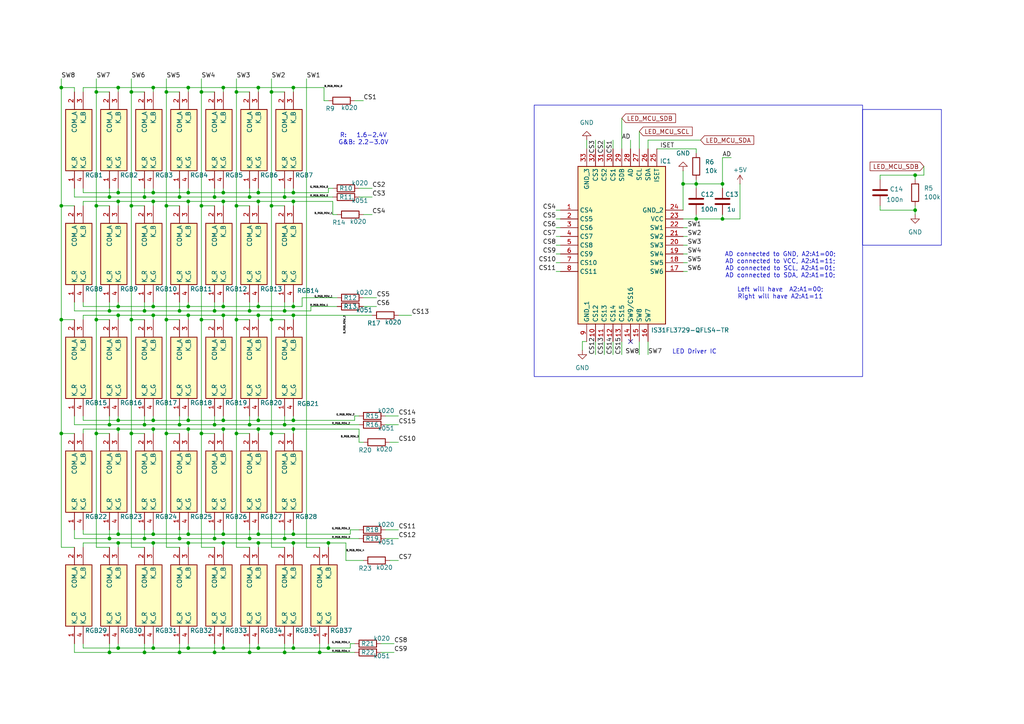
<source format=kicad_sch>
(kicad_sch (version 20250114) (generator "eeschema") (generator_version "9.0")
  (paper "A4")
  (title_block (title "TheFalcon[Left["))
  (rectangle (start 250.19 31.75) (end 273.05 71.12))
  (rectangle (start 154.94 30.48) (end 250.19 109.22))
  (text "AD connected to GND, A2:A1=00;\nAD connected to VCC, A2:A1=11;\nAD connected to SCL, A2:A1=01;\nAD connected to SDA, A2:A1=10;\n\nLeft will have  A2:A1=00;\nRight will have A2:A1=11" (at 226.314 80.01 0) (effects (font (size 1.27 1.27))))
  (text "R:   1.6-2.4V\nG&B: 2.2-3.0V" (at 105.41 40.386 0) (effects (font (size 1.27 1.27))))
  (text "LED Driver IC\n" (at 201.422 102.108 0) (effects (font (size 1.27 1.27))))
  (junction (at 74.93 157.48))
  (junction (at 34.29 124.46))
  (junction (at 44.45 55.88))
  (junction (at 54.61 187.96))
  (junction (at 64.77 187.96))
  (junction (at 27.94 125.73))
  (junction (at 82.55 189.23))
  (junction (at 44.45 124.46))
  (junction (at 85.09 154.94))
  (junction (at 54.61 91.44))
  (junction (at 68.58 59.69))
  (junction (at 38.1 26.67))
  (junction (at 74.93 91.44))
  (junction (at 41.91 189.23))
  (junction (at 201.93 53.34))
  (junction (at 58.42 125.73))
  (junction (at 52.07 90.17))
  (junction (at 85.09 157.48))
  (junction (at 74.93 58.42))
  (junction (at 44.45 121.92))
  (junction (at 34.29 88.9))
  (junction (at 68.58 92.71))
  (junction (at 44.45 88.9))
  (junction (at 44.45 25.4))
  (junction (at 78.74 26.67))
  (junction (at 85.09 124.46))
  (junction (at 44.45 91.44))
  (junction (at 52.07 123.19))
  (junction (at 85.09 91.44))
  (junction (at 54.61 154.94))
  (junction (at 31.75 123.19))
  (junction (at 34.29 154.94))
  (junction (at 52.07 156.21))
  (junction (at 85.09 88.9))
  (junction (at 41.91 156.21))
  (junction (at 38.1 125.73))
  (junction (at 64.77 157.48))
  (junction (at 64.77 25.4))
  (junction (at 74.93 25.4))
  (junction (at 44.45 157.48))
  (junction (at 54.61 157.48))
  (junction (at 48.26 26.67))
  (junction (at 34.29 58.42))
  (junction (at 48.26 125.73))
  (junction (at 64.77 124.46))
  (junction (at 95.25 187.96))
  (junction (at 82.55 156.21))
  (junction (at 58.42 92.71))
  (junction (at 54.61 124.46))
  (junction (at 27.94 59.69))
  (junction (at 85.09 25.4))
  (junction (at 82.55 123.19))
  (junction (at 34.29 157.48))
  (junction (at 68.58 125.73))
  (junction (at 74.93 55.88))
  (junction (at 41.91 90.17))
  (junction (at 64.77 154.94))
  (junction (at 78.74 125.73))
  (junction (at 34.29 187.96))
  (junction (at 74.93 187.96))
  (junction (at 54.61 58.42))
  (junction (at 72.39 189.23))
  (junction (at 41.91 57.15))
  (junction (at 72.39 123.19))
  (junction (at 44.45 154.94))
  (junction (at 17.78 125.73))
  (junction (at 48.26 59.69))
  (junction (at 74.93 88.9))
  (junction (at 78.74 59.69))
  (junction (at 68.58 26.67))
  (junction (at 27.94 26.67))
  (junction (at 44.45 58.42))
  (junction (at 52.07 57.15))
  (junction (at 82.55 57.15))
  (junction (at 265.43 60.96))
  (junction (at 85.09 55.88))
  (junction (at 44.45 187.96))
  (junction (at 74.93 154.94))
  (junction (at 52.07 189.23))
  (junction (at 209.55 53.34))
  (junction (at 74.93 121.92))
  (junction (at 201.93 63.5))
  (junction (at 54.61 25.4))
  (junction (at 17.78 92.71))
  (junction (at 54.61 55.88))
  (junction (at 72.39 156.21))
  (junction (at 62.23 90.17))
  (junction (at 62.23 189.23))
  (junction (at 72.39 90.17))
  (junction (at 85.09 58.42))
  (junction (at 72.39 57.15))
  (junction (at 58.42 26.67))
  (junction (at 34.29 55.88))
  (junction (at 31.75 156.21))
  (junction (at 31.75 90.17))
  (junction (at 265.43 50.8))
  (junction (at 64.77 88.9))
  (junction (at 78.74 92.71))
  (junction (at 74.93 124.46))
  (junction (at 54.61 88.9))
  (junction (at 62.23 57.15))
  (junction (at 62.23 123.19))
  (junction (at 34.29 91.44))
  (junction (at 31.75 57.15))
  (junction (at 62.23 156.21))
  (junction (at 198.12 53.34))
  (junction (at 34.29 25.4))
  (junction (at 38.1 92.71))
  (junction (at 48.26 92.71))
  (junction (at 64.77 121.92))
  (junction (at 17.78 25.4))
  (junction (at 54.61 121.92))
  (junction (at 34.29 121.92))
  (junction (at 82.55 90.17))
  (junction (at 85.09 187.96))
  (junction (at 64.77 58.42))
  (junction (at 41.91 123.19))
  (junction (at 85.09 121.92))
  (junction (at 31.75 189.23))
  (junction (at 92.71 189.23))
  (junction (at 38.1 59.69))
  (junction (at 209.55 63.5))
  (junction (at 58.42 59.69))
  (junction (at 64.77 91.44))
  (junction (at 27.94 92.71))
  (junction (at 17.78 59.69))
  (junction (at 64.77 55.88))
  (junction (at 95.25 157.48))
  (no_connect (at 182.88 99.06))
  (wire (pts (xy 255.27 60.96) (xy 265.43 60.96)))
  (wire (pts (xy 85.09 157.48) (xy 95.25 157.48)))
  (wire (pts (xy 85.09 25.4) (xy 93.98 25.4)))
  (wire (pts (xy 31.75 57.15) (xy 41.91 57.15)))
  (wire (pts (xy 17.78 125.73) (xy 17.78 158.75)))
  (wire (pts (xy 24.13 58.42) (xy 34.29 58.42)))
  (wire (pts (xy 72.39 123.19) (xy 82.55 123.19)))
  (wire (pts (xy 44.45 157.48) (xy 44.45 158.75)))
  (wire (pts (xy 34.29 91.44) (xy 34.29 92.71)))
  (wire (pts (xy 95.25 157.48) (xy 100.33 157.48)))
  (wire (pts (xy 161.29 73.66) (xy 162.56 73.66)))
  (wire (pts (xy 34.29 88.9) (xy 44.45 88.9)))
  (wire (pts (xy 115.57 128.27) (xy 113.03 128.27)))
  (wire (pts (xy 85.09 55.88) (xy 95.25 55.88)))
  (wire (pts (xy 101.6 187.96) (xy 101.6 186.69)))
  (wire (pts (xy 38.1 26.67) (xy 38.1 59.69)))
  (wire (pts (xy 31.75 156.21) (xy 41.91 156.21)))
  (wire (pts (xy 38.1 92.71) (xy 41.91 92.71)))
  (wire (pts (xy 54.61 154.94) (xy 64.77 154.94)))
  (wire (pts (xy 54.61 187.96) (xy 64.77 187.96)))
  (wire (pts (xy 64.77 153.67) (xy 64.77 154.94)))
  (wire (pts (xy 52.07 120.65) (xy 52.07 123.19)))
  (wire (pts (xy 85.09 153.67) (xy 85.09 154.94)))
  (wire (pts (xy 44.45 153.67) (xy 44.45 154.94)))
  (wire (pts (xy 24.13 58.42) (xy 24.13 59.69)))
  (wire (pts (xy 111.76 153.67) (xy 115.57 153.67)))
  (wire (pts (xy 31.75 153.67) (xy 31.75 156.21)))
  (wire (pts (xy 54.61 87.63) (xy 54.61 88.9)))
  (wire (pts (xy 209.55 53.34) (xy 209.55 54.61)))
  (wire (pts (xy 111.76 123.19) (xy 115.57 123.19)))
  (wire (pts (xy 85.09 157.48) (xy 85.09 158.75)))
  (wire (pts (xy 34.29 91.44) (xy 44.45 91.44)))
  (wire (pts (xy 68.58 59.69) (xy 68.58 92.71)))
  (wire (pts (xy 44.45 187.96) (xy 54.61 187.96)))
  (wire (pts (xy 52.07 158.75) (xy 48.26 158.75)))
  (wire (pts (xy 41.91 189.23) (xy 52.07 189.23)))
  (wire (pts (xy 104.14 57.15) (xy 107.95 57.15)))
  (wire (pts (xy 161.29 68.58) (xy 162.56 68.58)))
  (wire (pts (xy 41.91 156.21) (xy 52.07 156.21)))
  (wire (pts (xy 175.26 40.64) (xy 175.26 43.18)))
  (wire (pts (xy 88.9 158.75) (xy 92.71 158.75)))
  (wire (pts (xy 168.91 101.6) (xy 168.91 99.06)))
  (wire (pts (xy 34.29 25.4) (xy 34.29 26.67)))
  (wire (pts (xy 74.93 25.4) (xy 74.93 26.67)))
  (wire (pts (xy 62.23 120.65) (xy 62.23 123.19)))
  (wire (pts (xy 209.55 45.72) (xy 209.55 53.34)))
  (wire (pts (xy 54.61 25.4) (xy 64.77 25.4)))
  (wire (pts (xy 44.45 154.94) (xy 54.61 154.94)))
  (wire (pts (xy 201.93 54.61) (xy 201.93 53.34)))
  (wire (pts (xy 52.07 87.63) (xy 52.07 90.17)))
  (wire (pts (xy 58.42 26.67) (xy 58.42 59.69)))
  (wire (pts (xy 54.61 91.44) (xy 64.77 91.44)))
  (wire (pts (xy 34.29 25.4) (xy 44.45 25.4)))
  (wire (pts (xy 41.91 90.17) (xy 52.07 90.17)))
  (wire (pts (xy 64.77 54.61) (xy 64.77 55.88)))
  (wire (pts (xy 64.77 91.44) (xy 74.93 91.44)))
  (wire (pts (xy 54.61 88.9) (xy 64.77 88.9)))
  (wire (pts (xy 172.72 102.87) (xy 172.72 99.06)))
  (wire (pts (xy 104.14 54.61) (xy 107.95 54.61)))
  (wire (pts (xy 72.39 87.63) (xy 72.39 90.17)))
  (wire (pts (xy 48.26 125.73) (xy 48.26 92.71)))
  (wire (pts (xy 41.91 186.69) (xy 41.91 189.23)))
  (wire (pts (xy 72.39 57.15) (xy 82.55 57.15)))
  (wire (pts (xy 24.13 91.44) (xy 24.13 92.71)))
  (wire (pts (xy 64.77 121.92) (xy 74.93 121.92)))
  (wire (pts (xy 95.25 29.21) (xy 93.98 29.21)))
  (wire (pts (xy 17.78 92.71) (xy 21.59 92.71)))
  (wire (pts (xy 74.93 120.65) (xy 74.93 121.92)))
  (wire (pts (xy 58.42 92.71) (xy 58.42 125.73)))
  (wire (pts (xy 87.63 88.9) (xy 87.63 86.36)))
  (wire (pts (xy 34.29 124.46) (xy 44.45 124.46)))
  (wire (pts (xy 52.07 90.17) (xy 62.23 90.17)))
  (wire (pts (xy 201.93 63.5) (xy 201.93 62.23)))
  (wire (pts (xy 21.59 54.61) (xy 21.59 57.15)))
  (wire (pts (xy 187.96 40.64) (xy 187.96 43.18)))
  (wire (pts (xy 100.33 162.56) (xy 100.33 157.48)))
  (wire (pts (xy 72.39 186.69) (xy 72.39 189.23)))
  (wire (pts (xy 68.58 59.69) (xy 72.39 59.69)))
  (wire (pts (xy 198.12 63.5) (xy 201.93 63.5)))
  (wire (pts (xy 58.42 158.75) (xy 62.23 158.75)))
  (wire (pts (xy 74.93 55.88) (xy 85.09 55.88)))
  (wire (pts (xy 27.94 92.71) (xy 31.75 92.71)))
  (wire (pts (xy 34.29 153.67) (xy 34.29 154.94)))
  (wire (pts (xy 198.12 73.66) (xy 199.39 73.66)))
  (wire (pts (xy 95.25 186.69) (xy 95.25 187.96)))
  (wire (pts (xy 78.74 26.67) (xy 78.74 59.69)))
  (wire (pts (xy 48.26 59.69) (xy 52.07 59.69)))
  (wire (pts (xy 88.9 22.86) (xy 88.9 158.75)))
  (wire (pts (xy 24.13 157.48) (xy 24.13 158.75)))
  (wire (pts (xy 85.09 187.96) (xy 95.25 187.96)))
  (wire (pts (xy 68.58 158.75) (xy 72.39 158.75)))
  (wire (pts (xy 82.55 87.63) (xy 82.55 90.17)))
  (wire (pts (xy 52.07 54.61) (xy 52.07 57.15)))
  (wire (pts (xy 34.29 154.94) (xy 44.45 154.94)))
  (wire (pts (xy 95.25 187.96) (xy 101.6 187.96)))
  (wire (pts (xy 34.29 58.42) (xy 44.45 58.42)))
  (wire (pts (xy 78.74 125.73) (xy 82.55 125.73)))
  (wire (pts (xy 27.94 125.73) (xy 27.94 158.75)))
  (wire (pts (xy 101.6 186.69) (xy 102.87 186.69)))
  (wire (pts (xy 64.77 25.4) (xy 64.77 26.67)))
  (wire (pts (xy 74.93 124.46) (xy 85.09 124.46)))
  (wire (pts (xy 44.45 58.42) (xy 54.61 58.42)))
  (wire (pts (xy 64.77 91.44) (xy 64.77 92.71)))
  (wire (pts (xy 62.23 153.67) (xy 62.23 156.21)))
  (wire (pts (xy 24.13 187.96) (xy 34.29 187.96)))
  (wire (pts (xy 17.78 25.4) (xy 17.78 59.69)))
  (wire (pts (xy 68.58 26.67) (xy 68.58 59.69)))
  (wire (pts (xy 97.79 62.23) (xy 96.52 62.23)))
  (wire (pts (xy 198.12 53.34) (xy 198.12 60.96)))
  (wire (pts (xy 21.59 123.19) (xy 31.75 123.19)))
  (wire (pts (xy 64.77 124.46) (xy 74.93 124.46)))
  (wire (pts (xy 44.45 91.44) (xy 44.45 92.71)))
  (wire (pts (xy 41.91 87.63) (xy 41.91 90.17)))
  (wire (pts (xy 74.93 157.48) (xy 85.09 157.48)))
  (wire (pts (xy 44.45 55.88) (xy 54.61 55.88)))
  (wire (pts (xy 96.52 62.23) (xy 96.52 58.42)))
  (wire (pts (xy 21.59 153.67) (xy 21.59 156.21)))
  (wire (pts (xy 31.75 90.17) (xy 41.91 90.17)))
  (wire (pts (xy 201.93 44.45) (xy 201.93 43.18)))
  (wire (pts (xy 199.39 71.12) (xy 198.12 71.12)))
  (wire (pts (xy 58.42 92.71) (xy 62.23 92.71)))
  (wire (pts (xy 38.1 59.69) (xy 38.1 92.71)))
  (wire (pts (xy 64.77 157.48) (xy 74.93 157.48)))
  (wire (pts (xy 187.96 102.87) (xy 187.96 99.06)))
  (wire (pts (xy 92.71 189.23) (xy 102.87 189.23)))
  (wire (pts (xy 85.09 58.42) (xy 96.52 58.42)))
  (wire (pts (xy 74.93 88.9) (xy 85.09 88.9)))
  (wire (pts (xy 111.76 120.65) (xy 115.57 120.65)))
  (wire (pts (xy 44.45 124.46) (xy 54.61 124.46)))
  (wire (pts (xy 90.17 90.17) (xy 90.17 88.9)))
  (wire (pts (xy 27.94 158.75) (xy 31.75 158.75)))
  (wire (pts (xy 78.74 59.69) (xy 82.55 59.69)))
  (wire (pts (xy 41.91 54.61) (xy 41.91 57.15)))
  (wire (pts (xy 44.45 87.63) (xy 44.45 88.9)))
  (wire (pts (xy 21.59 120.65) (xy 21.59 123.19)))
  (wire (pts (xy 34.29 157.48) (xy 34.29 158.75)))
  (wire (pts (xy 44.45 121.92) (xy 54.61 121.92)))
  (wire (pts (xy 78.74 158.75) (xy 82.55 158.75)))
  (wire (pts (xy 85.09 121.92) (xy 102.87 121.92)))
  (wire (pts (xy 34.29 187.96) (xy 44.45 187.96)))
  (wire (pts (xy 21.59 186.69) (xy 21.59 189.23)))
  (wire (pts (xy 115.57 91.44) (xy 119.38 91.44)))
  (wire (pts (xy 24.13 54.61) (xy 24.13 55.88)))
  (wire (pts (xy 85.09 88.9) (xy 87.63 88.9)))
  (wire (pts (xy 161.29 63.5) (xy 162.56 63.5)))
  (wire (pts (xy 82.55 90.17) (xy 90.17 90.17)))
  (wire (pts (xy 38.1 26.67) (xy 41.91 26.67)))
  (wire (pts (xy 44.45 58.42) (xy 44.45 59.69)))
  (wire (pts (xy 58.42 22.86) (xy 58.42 26.67)))
  (wire (pts (xy 48.26 158.75) (xy 48.26 125.73)))
  (wire (pts (xy 74.93 54.61) (xy 74.93 55.88)))
  (wire (pts (xy 199.39 78.74) (xy 198.12 78.74)))
  (wire (pts (xy 64.77 87.63) (xy 64.77 88.9)))
  (wire (pts (xy 17.78 125.73) (xy 21.59 125.73)))
  (wire (pts (xy 62.23 123.19) (xy 72.39 123.19)))
  (wire (pts (xy 27.94 92.71) (xy 27.94 125.73)))
  (wire (pts (xy 34.29 186.69) (xy 34.29 187.96)))
  (wire (pts (xy 85.09 25.4) (xy 85.09 26.67)))
  (wire (pts (xy 64.77 187.96) (xy 74.93 187.96)))
  (wire (pts (xy 54.61 157.48) (xy 64.77 157.48)))
  (wire (pts (xy 62.23 156.21) (xy 72.39 156.21)))
  (wire (pts (xy 48.26 92.71) (xy 48.26 59.69)))
  (wire (pts (xy 24.13 25.4) (xy 34.29 25.4)))
  (wire (pts (xy 34.29 121.92) (xy 44.45 121.92)))
  (wire (pts (xy 21.59 26.67) (xy 21.59 25.4)))
  (wire (pts (xy 74.93 58.42) (xy 74.93 59.69)))
  (wire (pts (xy 265.43 60.96) (xy 265.43 62.23)))
  (wire (pts (xy 74.93 186.69) (xy 74.93 187.96)))
  (wire (pts (xy 85.09 124.46) (xy 104.14 124.46)))
  (wire (pts (xy 41.91 120.65) (xy 41.91 123.19)))
  (wire (pts (xy 201.93 53.34) (xy 209.55 53.34)))
  (wire (pts (xy 24.13 186.69) (xy 24.13 187.96)))
  (wire (pts (xy 90.17 88.9) (xy 97.79 88.9)))
  (wire (pts (xy 64.77 88.9) (xy 74.93 88.9)))
  (wire (pts (xy 161.29 76.2) (xy 162.56 76.2)))
  (wire (pts (xy 209.55 63.5) (xy 209.55 62.23)))
  (wire (pts (xy 72.39 90.17) (xy 82.55 90.17)))
  (wire (pts (xy 209.55 45.72) (xy 212.09 45.72)))
  (wire (pts (xy 52.07 189.23) (xy 62.23 189.23)))
  (wire (pts (xy 54.61 124.46) (xy 64.77 124.46)))
  (wire (pts (xy 68.58 92.71) (xy 72.39 92.71)))
  (wire (pts (xy 62.23 57.15) (xy 72.39 57.15)))
  (wire (pts (xy 85.09 87.63) (xy 85.09 88.9)))
  (wire (pts (xy 74.93 121.92) (xy 85.09 121.92)))
  (wire (pts (xy 72.39 120.65) (xy 72.39 123.19)))
  (wire (pts (xy 115.57 162.56) (xy 113.03 162.56)))
  (wire (pts (xy 180.34 34.29) (xy 180.34 43.18)))
  (wire (pts (xy 93.98 29.21) (xy 93.98 25.4)))
  (wire (pts (xy 105.41 162.56) (xy 100.33 162.56)))
  (wire (pts (xy 82.55 186.69) (xy 82.55 189.23)))
  (wire (pts (xy 24.13 124.46) (xy 24.13 125.73)))
  (wire (pts (xy 74.93 91.44) (xy 85.09 91.44)))
  (wire (pts (xy 44.45 124.46) (xy 44.45 125.73)))
  (wire (pts (xy 58.42 59.69) (xy 58.42 92.71)))
  (wire (pts (xy 21.59 90.17) (xy 31.75 90.17)))
  (wire (pts (xy 58.42 59.69) (xy 62.23 59.69)))
  (wire (pts (xy 78.74 92.71) (xy 78.74 125.73)))
  (wire (pts (xy 104.14 128.27) (xy 104.14 124.46)))
  (wire (pts (xy 265.43 59.69) (xy 265.43 60.96)))
  (wire (pts (xy 44.45 54.61) (xy 44.45 55.88)))
  (wire (pts (xy 44.45 25.4) (xy 44.45 26.67)))
  (wire (pts (xy 62.23 90.17) (xy 72.39 90.17)))
  (wire (pts (xy 27.94 26.67) (xy 31.75 26.67)))
  (wire (pts (xy 34.29 120.65) (xy 34.29 121.92)))
  (wire (pts (xy 52.07 186.69) (xy 52.07 189.23)))
  (wire (pts (xy 54.61 153.67) (xy 54.61 154.94)))
  (wire (pts (xy 44.45 157.48) (xy 54.61 157.48)))
  (wire (pts (xy 64.77 58.42) (xy 74.93 58.42)))
  (wire (pts (xy 102.87 121.92) (xy 102.87 120.65)))
  (wire (pts (xy 105.41 29.21) (xy 102.87 29.21)))
  (wire (pts (xy 78.74 59.69) (xy 78.74 92.71)))
  (wire (pts (xy 95.25 157.48) (xy 95.25 158.75)))
  (wire (pts (xy 24.13 91.44) (xy 34.29 91.44)))
  (wire (pts (xy 38.1 59.69) (xy 41.91 59.69)))
  (wire (pts (xy 54.61 121.92) (xy 64.77 121.92)))
  (wire (pts (xy 105.41 88.9) (xy 109.22 88.9)))
  (wire (pts (xy 78.74 125.73) (xy 78.74 158.75)))
  (wire (pts (xy 38.1 92.71) (xy 38.1 125.73)))
  (wire (pts (xy 21.59 57.15) (xy 31.75 57.15)))
  (wire (pts (xy 161.29 71.12) (xy 162.56 71.12)))
  (wire (pts (xy 92.71 186.69) (xy 92.71 189.23)))
  (wire (pts (xy 64.77 124.46) (xy 64.77 125.73)))
  (wire (pts (xy 34.29 124.46) (xy 34.29 125.73)))
  (wire (pts (xy 175.26 102.87) (xy 175.26 99.06)))
  (wire (pts (xy 24.13 88.9) (xy 34.29 88.9)))
  (wire (pts (xy 102.87 120.65) (xy 104.14 120.65)))
  (wire (pts (xy 199.39 66.04) (xy 198.12 66.04)))
  (wire (pts (xy 214.63 53.34) (xy 214.63 63.5)))
  (wire (pts (xy 64.77 157.48) (xy 64.77 158.75)))
  (wire (pts (xy 62.23 54.61) (xy 62.23 57.15)))
  (wire (pts (xy 52.07 123.19) (xy 62.23 123.19)))
  (wire (pts (xy 38.1 125.73) (xy 38.1 158.75)))
  (wire (pts (xy 111.76 156.21) (xy 115.57 156.21)))
  (wire (pts (xy 21.59 87.63) (xy 21.59 90.17)))
  (wire (pts (xy 27.94 26.67) (xy 27.94 59.69)))
  (wire (pts (xy 58.42 26.67) (xy 62.23 26.67)))
  (wire (pts (xy 85.09 124.46) (xy 85.09 125.73)))
  (wire (pts (xy 48.26 22.86) (xy 48.26 26.67)))
  (wire (pts (xy 54.61 58.42) (xy 54.61 59.69)))
  (wire (pts (xy 201.93 52.07) (xy 201.93 53.34)))
  (wire (pts (xy 68.58 125.73) (xy 72.39 125.73)))
  (wire (pts (xy 110.49 186.69) (xy 114.3 186.69)))
  (wire (pts (xy 182.88 40.64) (xy 182.88 43.18)))
  (wire (pts (xy 48.26 26.67) (xy 52.07 26.67)))
  (wire (pts (xy 82.55 54.61) (xy 82.55 57.15)))
  (wire (pts (xy 27.94 59.69) (xy 27.94 92.71)))
  (wire (pts (xy 34.29 87.63) (xy 34.29 88.9)))
  (wire (pts (xy 82.55 189.23) (xy 92.71 189.23)))
  (wire (pts (xy 74.93 154.94) (xy 85.09 154.94)))
  (wire (pts (xy 85.09 54.61) (xy 85.09 55.88)))
  (wire (pts (xy 44.45 91.44) (xy 54.61 91.44)))
  (wire (pts (xy 185.42 102.87) (xy 185.42 99.06)))
  (wire (pts (xy 34.29 54.61) (xy 34.29 55.88)))
  (wire (pts (xy 24.13 25.4) (xy 24.13 26.67)))
  (wire (pts (xy 24.13 124.46) (xy 34.29 124.46)))
  (wire (pts (xy 255.27 50.8) (xy 265.43 50.8)))
  (wire (pts (xy 198.12 49.53) (xy 198.12 53.34)))
  (wire (pts (xy 17.78 92.71) (xy 17.78 125.73)))
  (wire (pts (xy 38.1 158.75) (xy 41.91 158.75)))
  (wire (pts (xy 180.34 102.87) (xy 180.34 99.06)))
  (wire (pts (xy 24.13 153.67) (xy 24.13 154.94)))
  (wire (pts (xy 21.59 189.23) (xy 31.75 189.23)))
  (wire (pts (xy 199.39 76.2) (xy 198.12 76.2)))
  (wire (pts (xy 82.55 123.19) (xy 104.14 123.19)))
  (wire (pts (xy 107.95 62.23) (xy 105.41 62.23)))
  (wire (pts (xy 64.77 55.88) (xy 74.93 55.88)))
  (wire (pts (xy 64.77 186.69) (xy 64.77 187.96)))
  (wire (pts (xy 41.91 57.15) (xy 52.07 57.15)))
  (wire (pts (xy 177.8 102.87) (xy 177.8 99.06)))
  (wire (pts (xy 44.45 186.69) (xy 44.45 187.96)))
  (wire (pts (xy 24.13 154.94) (xy 34.29 154.94)))
  (wire (pts (xy 161.29 60.96) (xy 162.56 60.96)))
  (wire (pts (xy 17.78 59.69) (xy 17.78 92.71)))
  (wire (pts (xy 87.63 86.36) (xy 97.79 86.36)))
  (wire (pts (xy 82.55 57.15) (xy 96.52 57.15)))
  (wire (pts (xy 24.13 157.48) (xy 34.29 157.48)))
  (wire (pts (xy 267.97 50.8) (xy 265.43 50.8)))
  (wire (pts (xy 24.13 120.65) (xy 24.13 121.92)))
  (wire (pts (xy 64.77 154.94) (xy 74.93 154.94)))
  (wire (pts (xy 101.6 154.94) (xy 101.6 153.67)))
  (wire (pts (xy 85.09 154.94) (xy 101.6 154.94)))
  (wire (pts (xy 54.61 120.65) (xy 54.61 121.92)))
  (wire (pts (xy 74.93 91.44) (xy 74.93 92.71)))
  (wire (pts (xy 255.27 50.8) (xy 255.27 52.07)))
  (wire (pts (xy 85.09 58.42) (xy 85.09 59.69)))
  (wire (pts (xy 68.58 125.73) (xy 68.58 158.75)))
  (wire (pts (xy 74.93 25.4) (xy 85.09 25.4)))
  (wire (pts (xy 177.8 40.64) (xy 177.8 43.18)))
  (wire (pts (xy 54.61 91.44) (xy 54.61 92.71)))
  (wire (pts (xy 31.75 87.63) (xy 31.75 90.17)))
  (wire (pts (xy 74.93 157.48) (xy 74.93 158.75)))
  (wire (pts (xy 168.91 99.06) (xy 170.18 99.06)))
  (wire (pts (xy 31.75 120.65) (xy 31.75 123.19)))
  (wire (pts (xy 64.77 120.65) (xy 64.77 121.92)))
  (wire (pts (xy 34.29 58.42) (xy 34.29 59.69)))
  (wire (pts (xy 161.29 78.74) (xy 162.56 78.74)))
  (wire (pts (xy 44.45 88.9) (xy 54.61 88.9)))
  (wire (pts (xy 82.55 120.65) (xy 82.55 123.19)))
  (wire (pts (xy 24.13 55.88) (xy 34.29 55.88)))
  (wire (pts (xy 198.12 53.34) (xy 201.93 53.34)))
  (wire (pts (xy 78.74 92.71) (xy 82.55 92.71)))
  (wire (pts (xy 74.93 58.42) (xy 85.09 58.42)))
  (wire (pts (xy 17.78 59.69) (xy 21.59 59.69)))
  (wire (pts (xy 199.39 68.58) (xy 198.12 68.58)))
  (wire (pts (xy 38.1 22.86) (xy 38.1 26.67)))
  (wire (pts (xy 52.07 57.15) (xy 62.23 57.15)))
  (wire (pts (xy 190.5 43.18) (xy 201.93 43.18)))
  (wire (pts (xy 54.61 186.69) (xy 54.61 187.96)))
  (wire (pts (xy 74.93 187.96) (xy 85.09 187.96)))
  (wire (pts (xy 27.94 22.86) (xy 27.94 26.67)))
  (wire (pts (xy 64.77 25.4) (xy 74.93 25.4)))
  (wire (pts (xy 64.77 58.42) (xy 64.77 59.69)))
  (wire (pts (xy 203.2 40.64) (xy 187.96 40.64)))
  (wire (pts (xy 72.39 153.67) (xy 72.39 156.21)))
  (wire (pts (xy 95.25 55.88) (xy 95.25 54.61)))
  (wire (pts (xy 265.43 50.8) (xy 265.43 52.07)))
  (wire (pts (xy 48.26 125.73) (xy 52.07 125.73)))
  (wire (pts (xy 105.41 86.36) (xy 109.22 86.36)))
  (wire (pts (xy 170.18 40.64) (xy 170.18 43.18)))
  (wire (pts (xy 105.41 128.27) (xy 104.14 128.27)))
  (wire (pts (xy 209.55 63.5) (xy 214.63 63.5)))
  (wire (pts (xy 44.45 120.65) (xy 44.45 121.92)))
  (wire (pts (xy 52.07 153.67) (xy 52.07 156.21)))
  (wire (pts (xy 85.09 91.44) (xy 85.09 92.71)))
  (wire (pts (xy 54.61 54.61) (xy 54.61 55.88)))
  (wire (pts (xy 34.29 157.48) (xy 44.45 157.48)))
  (wire (pts (xy 255.27 59.69) (xy 255.27 60.96)))
  (wire (pts (xy 24.13 121.92) (xy 34.29 121.92)))
  (wire (pts (xy 27.94 125.73) (xy 31.75 125.73)))
  (wire (pts (xy 95.25 54.61) (xy 96.52 54.61)))
  (wire (pts (xy 54.61 25.4) (xy 54.61 26.67)))
  (wire (pts (xy 101.6 153.67) (xy 104.14 153.67)))
  (wire (pts (xy 31.75 186.69) (xy 31.75 189.23)))
  (wire (pts (xy 62.23 189.23) (xy 72.39 189.23)))
  (wire (pts (xy 78.74 22.86) (xy 78.74 26.67)))
  (wire (pts (xy 72.39 54.61) (xy 72.39 57.15)))
  (wire (pts (xy 54.61 157.48) (xy 54.61 158.75)))
  (wire (pts (xy 34.29 55.88) (xy 44.45 55.88)))
  (wire (pts (xy 48.26 92.71) (xy 52.07 92.71)))
  (wire (pts (xy 52.07 156.21) (xy 62.23 156.21)))
  (wire (pts (xy 72.39 189.23) (xy 82.55 189.23)))
  (wire (pts (xy 74.93 124.46) (xy 74.93 125.73)))
  (wire (pts (xy 17.78 158.75) (xy 21.59 158.75)))
  (wire (pts (xy 24.13 87.63) (xy 24.13 88.9)))
  (wire (pts (xy 72.39 156.21) (xy 82.55 156.21)))
  (wire (pts (xy 85.09 91.44) (xy 107.95 91.44)))
  (wire (pts (xy 21.59 25.4) (xy 17.78 25.4)))
  (wire (pts (xy 78.74 26.67) (xy 82.55 26.67)))
  (wire (pts (xy 44.45 25.4) (xy 54.61 25.4)))
  (wire (pts (xy 85.09 186.69) (xy 85.09 187.96)))
  (wire (pts (xy 41.91 153.67) (xy 41.91 156.21)))
  (wire (pts (xy 110.49 189.23) (xy 114.3 189.23)))
  (wire (pts (xy 68.58 22.86) (xy 68.58 26.67)))
  (wire (pts (xy 31.75 123.19) (xy 41.91 123.19)))
  (wire (pts (xy 267.97 48.26) (xy 267.97 50.8)))
  (wire (pts (xy 54.61 124.46) (xy 54.61 125.73)))
  (wire (pts (xy 82.55 153.67) (xy 82.55 156.21)))
  (wire (pts (xy 82.55 156.21) (xy 104.14 156.21)))
  (wire (pts (xy 172.72 40.64) (xy 172.72 43.18)))
  (wire (pts (xy 41.91 123.19) (xy 52.07 123.19)))
  (wire (pts (xy 161.29 66.04) (xy 162.56 66.04)))
  (wire (pts (xy 74.93 87.63) (xy 74.93 88.9)))
  (wire (pts (xy 38.1 125.73) (xy 41.91 125.73)))
  (wire (pts (xy 68.58 26.67) (xy 72.39 26.67)))
  (wire (pts (xy 58.42 125.73) (xy 62.23 125.73)))
  (wire (pts (xy 54.61 55.88) (xy 64.77 55.88)))
  (wire (pts (xy 185.42 38.1) (xy 185.42 43.18)))
  (wire (pts (xy 85.09 120.65) (xy 85.09 121.92)))
  (wire (pts (xy 27.94 59.69) (xy 31.75 59.69)))
  (wire (pts (xy 31.75 54.61) (xy 31.75 57.15)))
  (wire (pts (xy 62.23 186.69) (xy 62.23 189.23)))
  (wire (pts (xy 17.78 22.86) (xy 17.78 25.4)))
  (wire (pts (xy 201.93 63.5) (xy 209.55 63.5)))
  (wire (pts (xy 68.58 92.71) (xy 68.58 125.73)))
  (wire (pts (xy 21.59 156.21) (xy 31.75 156.21)))
  (wire (pts (xy 31.75 189.23) (xy 41.91 189.23)))
  (wire (pts (xy 54.61 58.42) (xy 64.77 58.42)))
  (wire (pts (xy 62.23 87.63) (xy 62.23 90.17)))
  (wire (pts (xy 58.42 125.73) (xy 58.42 158.75)))
  (wire (pts (xy 74.93 153.67) (xy 74.93 154.94)))
  (wire (pts (xy 48.26 59.69) (xy 48.26 26.67)))
  (label "CS3" (at 172.72 40.64 270))
  (label "CS9" (at 114.3 189.23 0))
  (label "AD" (at 212.09 45.72 180))
  (label "SW3" (at 68.58 22.86 0))
  (label "B_RGB_ROW_3" (at 104.14 127 180) (effects (font (size 0.5 0.5))))
  (label "CS8" (at 161.29 71.12 180))
  (label "G_RGB_ROW_4" (at 101.6 186.69 180) (effects (font (size 0.5 0.5))))
  (label "SW4" (at 199.39 73.66 0))
  (label "CS10" (at 115.57 128.27 0))
  (label "CS14" (at 177.8 102.87 90))
  (label "R_RGB_ROW_3" (at 101.6 156.21 180) (effects (font (size 0.5 0.5))))
  (label "CS12" (at 172.72 102.87 90))
  (label "AD" (at 182.88 40.64 180))
  (label "CS4" (at 107.95 62.23 0))
  (label "CS13" (at 175.26 102.87 90))
  (label "SW2" (at 199.39 68.58 0))
  (label "R_RGB_ROW_2" (at 101.6 123.19 180) (effects (font (size 0.5 0.5))))
  (label "CS6" (at 109.22 88.9 0))
  (label "CS3" (at 107.95 57.15 0))
  (label "SW8" (at 17.78 22.86 0))
  (label "SW3" (at 199.39 71.12 0))
  (label "SW8" (at 185.42 102.87 180))
  (label "SW5" (at 48.26 22.86 0))
  (label "CS12" (at 115.57 156.21 0))
  (label "SW1" (at 199.39 66.04 0))
  (label "R_RGB_ROW_0" (at 95.25 57.15 180) (effects (font (size 0.5 0.5))))
  (label "CS10" (at 161.29 76.2 180))
  (label "CS1" (at 105.41 29.21 0))
  (label "CS11" (at 161.29 78.74 180))
  (label "CS7" (at 161.29 68.58 180))
  (label "CS2" (at 175.26 40.64 270))
  (label "CS2" (at 107.95 54.61 0))
  (label "SW5" (at 199.39 76.2 0))
  (label "R_RGB_ROW_4" (at 101.6 189.23 180) (effects (font (size 0.5 0.5))))
  (label "CS15" (at 180.34 102.87 90))
  (label "B_RGB_ROW_1" (at 96.52 62.23 180) (effects (font (size 0.5 0.5))))
  (label "SW7" (at 187.96 102.87 0))
  (label "B_RGB_ROW_2" (at 100.33 91.44 270) (effects (font (size 0.5 0.5))))
  (label "CS15" (at 115.57 123.19 0))
  (label "SW6" (at 38.1 22.86 0))
  (label "CS9" (at 161.29 73.66 180))
  (label "B_RGB_ROW_4" (at 100.33 160.02 0) (effects (font (size 0.5 0.5))))
  (label "SW7" (at 27.94 22.86 0))
  (label "G_RGB_ROW_0" (at 95.25 54.61 180) (effects (font (size 0.5 0.5))))
  (label "CS6" (at 161.29 66.04 180))
  (label "CS5" (at 161.29 63.5 180))
  (label "CS11" (at 115.57 153.67 0))
  (label "G_RGB_ROW_1" (at 96.52 86.36 180) (effects (font (size 0.5 0.5))))
  (label "B_RGB_ROW_0" (at 93.98 25.4 0) (effects (font (size 0.5 0.5))))
  (label "CS5" (at 109.22 86.36 0))
  (label "CS4" (at 161.29 60.96 180))
  (label "CS14" (at 115.57 120.65 0))
  (label "G_RGB_ROW_2" (at 102.87 120.65 180) (effects (font (size 0.5 0.5))))
  (label "CS7" (at 115.57 162.56 0))
  (label "SW6" (at 199.39 78.74 0))
  (label "CS8" (at 114.3 186.69 0))
  (label "SW2" (at 78.74 22.86 0))
  (label "SW4" (at 58.42 22.86 0))
  (label "ISET" (at 195.58 43.18 180))
  (label "CS1" (at 177.8 40.64 270))
  (label "G_RGB_ROW_3" (at 101.6 153.67 180) (effects (font (size 0.5 0.5))))
  (label "CS13" (at 119.38 91.44 0))
  (label "SW1" (at 88.9 22.86 0))
  (label "R_RGB_ROW_1" (at 95.25 88.9 180) (effects (font (size 0.5 0.5))))
  (global_label "LED_MCU_SDA" (shape input) (at 203.2 40.64 0) (property "Intersheetrefs" "${INTERSHEET_REFS}" (effects (hide yes))))
  (global_label "LED_MCU_SCL" (shape input) (at 185.42 38.1 0) (property "Intersheetrefs" "${INTERSHEET_REFS}" (effects (hide yes))))
  (global_label "LED_MCU_SDB" (shape input) (at 267.97 48.26 180) (property "Intersheetrefs" "${INTERSHEET_REFS}" (effects (hide yes))))
  (global_label "LED_MCU_SDB" (shape input) (at 180.34 34.29 0) (property "Intersheetrefs" "${INTERSHEET_REFS}" (effects (hide yes))))
  (symbol (lib_id "SamacSys_Parts:T36K3BGR-05D000121U1930") (at 24.13 92.71 270) (unit 1)
    (property "Reference" "RGB15" (at 24.638 116.84 90) (effects (justify left)))
    (property "Value" "T36K3BGR-05D000121U1930" (effects (hide yes)))
    (property "Footprint" "SamacSys_Parts:T36K3BGR05D000121U1930_MODEL_INVERTED" (effects (hide yes)))
    (property "Datasheet" "https://media.digikey.com/pdf/Data%20Sheets/Harvatek%20PDFs/T36K3BGR-05D000121U1930%20V1.1.pdf" (effects (hide yes)))
    (property "Description" "Red, Green, Blue (RGB) LED Indication - Discrete 2V Red, 2.6V Green, 2.6V Blue 4-SMD, Flat Leads" (effects (hide yes)))
  )
  (symbol (lib_id "Device:R") (at 106.68 189.23 90) (unit 1)
    (property "Reference" "R22" (at 106.68 189.23 90))
    (property "Value" "k051" (at 110.744 190.246 90))
    (property "Footprint" "Resistor_SMD:R_0603_1608Metric" (effects (hide yes)))
    (property "Description" "Resistor" (effects (hide yes)))
    (property "LCSC Part Number" "C17738" (effects (hide yes)))
  )
  (symbol (lib_id "SamacSys_Parts:T36K3BGR-05D000121U1930") (at 44.45 26.67 270) (unit 1)
    (property "Reference" "RGB3" (at 44.958 50.8 90) (effects (justify left)))
    (property "Value" "T36K3BGR-05D000121U1930" (effects (hide yes)))
    (property "Footprint" "SamacSys_Parts:T36K3BGR05D000121U1930_MODEL_INVERTED" (effects (hide yes)))
    (property "Datasheet" "https://media.digikey.com/pdf/Data%20Sheets/Harvatek%20PDFs/T36K3BGR-05D000121U1930%20V1.1.pdf" (effects (hide yes)))
    (property "Description" "Red, Green, Blue (RGB) LED Indication - Discrete 2V Red, 2.6V Green, 2.6V Blue 4-SMD, Flat Leads" (effects (hide yes)))
  )
  (symbol (lib_id "Device:R") (at 265.43 55.88 0) (unit 1)
    (property "Reference" "R5" (at 267.97 54.6099 0) (effects (justify left)))
    (property "Value" "100k" (at 267.97 57.1499 0) (effects (justify left)))
    (property "Footprint" "Resistor_SMD:R_0603_1608Metric" (effects (hide yes)))
    (property "Description" "Resistor" (effects (hide yes)))
    (property "LCSC Part Number" "C14675" (effects (hide yes)))
  )
  (symbol (lib_id "SamacSys_Parts:T36K3BGR-05D000121U1930") (at 74.93 158.75 270) (unit 1)
    (property "Reference" "RGB34" (at 75.438 182.88 90) (effects (justify left)))
    (property "Value" "T36K3BGR-05D000121U1930" (effects (hide yes)))
    (property "Footprint" "SamacSys_Parts:T36K3BGR05D000121U1930_MODEL_INVERTED" (effects (hide yes)))
    (property "Datasheet" "https://media.digikey.com/pdf/Data%20Sheets/Harvatek%20PDFs/T36K3BGR-05D000121U1930%20V1.1.pdf" (effects (hide yes)))
    (property "Description" "Red, Green, Blue (RGB) LED Indication - Discrete 2V Red, 2.6V Green, 2.6V Blue 4-SMD, Flat Leads" (effects (hide yes)))
  )
  (symbol (lib_id "Device:R") (at 99.06 29.21 90) (unit 1)
    (property "Reference" "R9" (at 95.758 31.496 90))
    (property "Value" "k020" (at 101.346 31.242 90))
    (property "Footprint" "Resistor_SMD:R_0603_1608Metric" (effects (hide yes)))
    (property "Description" "Resistor" (effects (hide yes)))
    (property "LCSC Part Number" "C22950" (effects (hide yes)))
  )
  (symbol (lib_id "Device:R") (at 100.33 54.61 90) (unit 1)
    (property "Reference" "R10" (at 100.33 54.61 90))
    (property "Value" "k020" (at 104.394 53.086 90))
    (property "Footprint" "Resistor_SMD:R_0603_1608Metric" (effects (hide yes)))
    (property "Description" "Resistor" (effects (hide yes)))
    (property "LCSC Part Number" "C22950" (effects (hide yes)))
  )
  (symbol (lib_id "power:GND") (at 198.12 49.53 180) (unit 1)
    (property "Reference" "#PWR021" (effects (hide yes)))
    (property "Value" "GND" (at 198.12 44.45 0))
    (property "Description" "Power symbol creates a global label with name \"GND\" , ground" (effects (hide yes)))
  )
  (symbol (lib_id "SamacSys_Parts:T36K3BGR-05D000121U1930") (at 95.25 158.75 270) (unit 1)
    (property "Reference" "RGB37" (at 95.758 182.88 90) (effects (justify left)))
    (property "Value" "T36K3BGR-05D000121U1930" (effects (hide yes)))
    (property "Footprint" "SamacSys_Parts:T36K3BGR05D000121U1930_MODEL_INVERTED" (effects (hide yes)))
    (property "Datasheet" "https://media.digikey.com/pdf/Data%20Sheets/Harvatek%20PDFs/T36K3BGR-05D000121U1930%20V1.1.pdf" (effects (hide yes)))
    (property "Description" "Red, Green, Blue (RGB) LED Indication - Discrete 2V Red, 2.6V Green, 2.6V Blue 4-SMD, Flat Leads" (effects (hide yes)))
  )
  (symbol (lib_id "SamacSys_Parts:T36K3BGR-05D000121U1930") (at 54.61 92.71 270) (unit 1)
    (property "Reference" "RGB18" (at 55.118 116.84 90) (effects (justify left)))
    (property "Value" "T36K3BGR-05D000121U1930" (effects (hide yes)))
    (property "Footprint" "SamacSys_Parts:T36K3BGR05D000121U1930_MODEL_INVERTED" (effects (hide yes)))
    (property "Datasheet" "https://media.digikey.com/pdf/Data%20Sheets/Harvatek%20PDFs/T36K3BGR-05D000121U1930%20V1.1.pdf" (effects (hide yes)))
    (property "Description" "Red, Green, Blue (RGB) LED Indication - Discrete 2V Red, 2.6V Green, 2.6V Blue 4-SMD, Flat Leads" (effects (hide yes)))
  )
  (symbol (lib_id "Device:R") (at 107.95 123.19 90) (unit 1)
    (property "Reference" "R16" (at 107.95 123.19 90))
    (property "Value" "k051" (at 112.014 124.206 90))
    (property "Footprint" "Resistor_SMD:R_0603_1608Metric" (effects (hide yes)))
    (property "Description" "Resistor" (effects (hide yes)))
    (property "LCSC Part Number" "C17738" (effects (hide yes)))
  )
  (symbol (lib_id "Device:R") (at 107.95 120.65 90) (unit 1)
    (property "Reference" "R15" (at 107.95 120.65 90))
    (property "Value" "k020" (at 112.014 119.126 90))
    (property "Footprint" "Resistor_SMD:R_0603_1608Metric" (effects (hide yes)))
    (property "Description" "Resistor" (effects (hide yes)))
    (property "LCSC Part Number" "C22950" (effects (hide yes)))
  )
  (symbol (lib_id "SamacSys_Parts:T36K3BGR-05D000121U1930") (at 54.61 158.75 270) (unit 1)
    (property "Reference" "RGB32" (at 55.118 182.88 90) (effects (justify left)))
    (property "Value" "T36K3BGR-05D000121U1930" (effects (hide yes)))
    (property "Footprint" "SamacSys_Parts:T36K3BGR05D000121U1930_MODEL_INVERTED" (effects (hide yes)))
    (property "Datasheet" "https://media.digikey.com/pdf/Data%20Sheets/Harvatek%20PDFs/T36K3BGR-05D000121U1930%20V1.1.pdf" (effects (hide yes)))
    (property "Description" "Red, Green, Blue (RGB) LED Indication - Discrete 2V Red, 2.6V Green, 2.6V Blue 4-SMD, Flat Leads" (effects (hide yes)))
  )
  (symbol (lib_id "SamacSys_Parts:T36K3BGR-05D000121U1930") (at 74.93 26.67 270) (unit 1)
    (property "Reference" "RGB6" (at 75.438 50.8 90) (effects (justify left)))
    (property "Value" "T36K3BGR-05D000121U1930" (effects (hide yes)))
    (property "Footprint" "SamacSys_Parts:T36K3BGR05D000121U1930_MODEL_INVERTED" (effects (hide yes)))
    (property "Datasheet" "https://media.digikey.com/pdf/Data%20Sheets/Harvatek%20PDFs/T36K3BGR-05D000121U1930%20V1.1.pdf" (effects (hide yes)))
    (property "Description" "Red, Green, Blue (RGB) LED Indication - Discrete 2V Red, 2.6V Green, 2.6V Blue 4-SMD, Flat Leads" (effects (hide yes)))
  )
  (symbol (lib_id "Device:R") (at 201.93 48.26 0) (unit 1)
    (property "Reference" "R6" (at 204.47 46.9899 0) (effects (justify left)))
    (property "Value" "10k" (at 204.47 49.5299 0) (effects (justify left)))
    (property "Footprint" "Resistor_SMD:R_0603_1608Metric" (effects (hide yes)))
    (property "Description" "Resistor" (effects (hide yes)))
    (property "LCSC Part Number" "C15401" (effects (hide yes)))
  )
  (symbol (lib_id "SamacSys_Parts:T36K3BGR-05D000121U1930") (at 24.13 125.73 270) (unit 1)
    (property "Reference" "RGB22" (at 24.638 149.86 90) (effects (justify left)))
    (property "Value" "T36K3BGR-05D000121U1930" (effects (hide yes)))
    (property "Footprint" "SamacSys_Parts:T36K3BGR05D000121U1930_MODEL_INVERTED" (effects (hide yes)))
    (property "Datasheet" "https://media.digikey.com/pdf/Data%20Sheets/Harvatek%20PDFs/T36K3BGR-05D000121U1930%20V1.1.pdf" (effects (hide yes)))
    (property "Description" "Red, Green, Blue (RGB) LED Indication - Discrete 2V Red, 2.6V Green, 2.6V Blue 4-SMD, Flat Leads" (effects (hide yes)))
  )
  (symbol (lib_id "Device:R") (at 101.6 62.23 90) (unit 1)
    (property "Reference" "R14" (at 98.298 64.516 90))
    (property "Value" "k020" (at 103.886 64.262 90))
    (property "Footprint" "Resistor_SMD:R_0603_1608Metric" (effects (hide yes)))
    (property "Description" "Resistor" (effects (hide yes)))
    (property "LCSC Part Number" "C22950" (effects (hide yes)))
  )
  (symbol (lib_id "SamacSys_Parts:T36K3BGR-05D000121U1930") (at 74.93 59.69 270) (unit 1)
    (property "Reference" "RGB13" (at 75.438 83.82 90) (effects (justify left)))
    (property "Value" "T36K3BGR-05D000121U1930" (effects (hide yes)))
    (property "Footprint" "SamacSys_Parts:T36K3BGR05D000121U1930_MODEL_INVERTED" (effects (hide yes)))
    (property "Datasheet" "https://media.digikey.com/pdf/Data%20Sheets/Harvatek%20PDFs/T36K3BGR-05D000121U1930%20V1.1.pdf" (effects (hide yes)))
    (property "Description" "Red, Green, Blue (RGB) LED Indication - Discrete 2V Red, 2.6V Green, 2.6V Blue 4-SMD, Flat Leads" (effects (hide yes)))
  )
  (symbol (lib_id "SamacSys_Parts:T36K3BGR-05D000121U1930") (at 34.29 158.75 270) (unit 1)
    (property "Reference" "RGB30" (at 34.798 182.88 90) (effects (justify left)))
    (property "Value" "T36K3BGR-05D000121U1930" (effects (hide yes)))
    (property "Footprint" "SamacSys_Parts:T36K3BGR05D000121U1930_MODEL_INVERTED" (effects (hide yes)))
    (property "Datasheet" "https://media.digikey.com/pdf/Data%20Sheets/Harvatek%20PDFs/T36K3BGR-05D000121U1930%20V1.1.pdf" (effects (hide yes)))
    (property "Description" "Red, Green, Blue (RGB) LED Indication - Discrete 2V Red, 2.6V Green, 2.6V Blue 4-SMD, Flat Leads" (effects (hide yes)))
  )
  (symbol (lib_id "Device:C") (at 255.27 55.88 0) (unit 1)
    (property "Reference" "C14" (at 258.064 54.864 0) (effects (justify left)))
    (property "Value" "100n" (at 257.048 57.912 0) (effects (justify left)))
    (property "Footprint" "Capacitor_SMD:C_0402_1005Metric" (effects (hide yes)))
    (property "Description" "Unpolarized capacitor" (effects (hide yes)))
    (property "LCSC Part Number" "C1525" (effects (hide yes)))
  )
  (symbol (lib_id "SamacSys_Parts:T36K3BGR-05D000121U1930") (at 64.77 26.67 270) (unit 1)
    (property "Reference" "RGB5" (at 65.278 50.8 90) (effects (justify left)))
    (property "Value" "T36K3BGR-05D000121U1930" (effects (hide yes)))
    (property "Footprint" "SamacSys_Parts:T36K3BGR05D000121U1930_MODEL_INVERTED" (effects (hide yes)))
    (property "Datasheet" "https://media.digikey.com/pdf/Data%20Sheets/Harvatek%20PDFs/T36K3BGR-05D000121U1930%20V1.1.pdf" (effects (hide yes)))
    (property "Description" "Red, Green, Blue (RGB) LED Indication - Discrete 2V Red, 2.6V Green, 2.6V Blue 4-SMD, Flat Leads" (effects (hide yes)))
  )
  (symbol (lib_id "SamacSys_Parts:T36K3BGR-05D000121U1930") (at 74.93 92.71 270) (unit 1)
    (property "Reference" "RGB20" (at 75.438 116.84 90) (effects (justify left)))
    (property "Value" "T36K3BGR-05D000121U1930" (effects (hide yes)))
    (property "Footprint" "SamacSys_Parts:T36K3BGR05D000121U1930_MODEL_INVERTED" (effects (hide yes)))
    (property "Datasheet" "https://media.digikey.com/pdf/Data%20Sheets/Harvatek%20PDFs/T36K3BGR-05D000121U1930%20V1.1.pdf" (effects (hide yes)))
    (property "Description" "Red, Green, Blue (RGB) LED Indication - Discrete 2V Red, 2.6V Green, 2.6V Blue 4-SMD, Flat Leads" (effects (hide yes)))
  )
  (symbol (lib_id "SamacSys_Parts:T36K3BGR-05D000121U1930") (at 44.45 158.75 270) (unit 1)
    (property "Reference" "RGB31" (at 44.958 182.88 90) (effects (justify left)))
    (property "Value" "T36K3BGR-05D000121U1930" (effects (hide yes)))
    (property "Footprint" "SamacSys_Parts:T36K3BGR05D000121U1930_MODEL_INVERTED" (effects (hide yes)))
    (property "Datasheet" "https://media.digikey.com/pdf/Data%20Sheets/Harvatek%20PDFs/T36K3BGR-05D000121U1930%20V1.1.pdf" (effects (hide yes)))
    (property "Description" "Red, Green, Blue (RGB) LED Indication - Discrete 2V Red, 2.6V Green, 2.6V Blue 4-SMD, Flat Leads" (effects (hide yes)))
  )
  (symbol (lib_id "Device:R") (at 101.6 88.9 90) (unit 1)
    (property "Reference" "R13" (at 101.6 88.9 90))
    (property "Value" "k051" (at 105.664 89.916 90))
    (property "Footprint" "Resistor_SMD:R_0603_1608Metric" (effects (hide yes)))
    (property "Description" "Resistor" (effects (hide yes)))
    (property "LCSC Part Number" "C17738" (effects (hide yes)))
  )
  (symbol (lib_id "SamacSys_Parts:T36K3BGR-05D000121U1930") (at 85.09 26.67 270) (unit 1)
    (property "Reference" "RGB7" (at 85.598 50.8 90) (effects (justify left)))
    (property "Value" "T36K3BGR-05D000121U1930" (effects (hide yes)))
    (property "Footprint" "SamacSys_Parts:T36K3BGR05D000121U1930_MODEL_INVERTED" (effects (hide yes)))
    (property "Datasheet" "https://media.digikey.com/pdf/Data%20Sheets/Harvatek%20PDFs/T36K3BGR-05D000121U1930%20V1.1.pdf" (effects (hide yes)))
    (property "Description" "Red, Green, Blue (RGB) LED Indication - Discrete 2V Red, 2.6V Green, 2.6V Blue 4-SMD, Flat Leads" (effects (hide yes)))
  )
  (symbol (lib_id "power:GND") (at 168.91 101.6 0) (unit 1)
    (property "Reference" "#PWR023" (effects (hide yes)))
    (property "Value" "GND" (at 168.91 106.68 0))
    (property "Description" "Power symbol creates a global label with name \"GND\" , ground" (effects (hide yes)))
  )
  (symbol (lib_id "SamacSys_Parts:T36K3BGR-05D000121U1930") (at 34.29 92.71 270) (unit 1)
    (property "Reference" "RGB16" (at 34.798 116.84 90) (effects (justify left)))
    (property "Value" "T36K3BGR-05D000121U1930" (effects (hide yes)))
    (property "Footprint" "SamacSys_Parts:T36K3BGR05D000121U1930_MODEL_INVERTED" (effects (hide yes)))
    (property "Datasheet" "https://media.digikey.com/pdf/Data%20Sheets/Harvatek%20PDFs/T36K3BGR-05D000121U1930%20V1.1.pdf" (effects (hide yes)))
    (property "Description" "Red, Green, Blue (RGB) LED Indication - Discrete 2V Red, 2.6V Green, 2.6V Blue 4-SMD, Flat Leads" (effects (hide yes)))
  )
  (symbol (lib_id "SamacSys_Parts:T36K3BGR-05D000121U1930") (at 54.61 59.69 270) (unit 1)
    (property "Reference" "RGB11" (at 55.118 83.82 90) (effects (justify left)))
    (property "Value" "T36K3BGR-05D000121U1930" (effects (hide yes)))
    (property "Footprint" "SamacSys_Parts:T36K3BGR05D000121U1930_MODEL_INVERTED" (effects (hide yes)))
    (property "Datasheet" "https://media.digikey.com/pdf/Data%20Sheets/Harvatek%20PDFs/T36K3BGR-05D000121U1930%20V1.1.pdf" (effects (hide yes)))
    (property "Description" "Red, Green, Blue (RGB) LED Indication - Discrete 2V Red, 2.6V Green, 2.6V Blue 4-SMD, Flat Leads" (effects (hide yes)))
  )
  (symbol (lib_id "SamacSys_Parts:T36K3BGR-05D000121U1930") (at 74.93 125.73 270) (unit 1)
    (property "Reference" "RGB27" (at 75.438 149.86 90) (effects (justify left)))
    (property "Value" "T36K3BGR-05D000121U1930" (effects (hide yes)))
    (property "Footprint" "SamacSys_Parts:T36K3BGR05D000121U1930_MODEL_INVERTED" (effects (hide yes)))
    (property "Datasheet" "https://media.digikey.com/pdf/Data%20Sheets/Harvatek%20PDFs/T36K3BGR-05D000121U1930%20V1.1.pdf" (effects (hide yes)))
    (property "Description" "Red, Green, Blue (RGB) LED Indication - Discrete 2V Red, 2.6V Green, 2.6V Blue 4-SMD, Flat Leads" (effects (hide yes)))
  )
  (symbol (lib_id "SamacSys_Parts:T36K3BGR-05D000121U1930") (at 24.13 59.69 270) (unit 1)
    (property "Reference" "RGB8" (at 24.638 83.82 90) (effects (justify left)))
    (property "Value" "T36K3BGR-05D000121U1930" (effects (hide yes)))
    (property "Footprint" "SamacSys_Parts:T36K3BGR05D000121U1930_MODEL_INVERTED" (effects (hide yes)))
    (property "Datasheet" "https://media.digikey.com/pdf/Data%20Sheets/Harvatek%20PDFs/T36K3BGR-05D000121U1930%20V1.1.pdf" (effects (hide yes)))
    (property "Description" "Red, Green, Blue (RGB) LED Indication - Discrete 2V Red, 2.6V Green, 2.6V Blue 4-SMD, Flat Leads" (effects (hide yes)))
  )
  (symbol (lib_id "SamacSys_Parts:T36K3BGR-05D000121U1930") (at 85.09 59.69 270) (unit 1)
    (property "Reference" "RGB14" (at 86.106 84.328 90) (effects (justify left)))
    (property "Value" "T36K3BGR-05D000121U1930" (effects (hide yes)))
    (property "Footprint" "SamacSys_Parts:T36K3BGR05D000121U1930_MODEL_INVERTED" (effects (hide yes)))
    (property "Datasheet" "https://media.digikey.com/pdf/Data%20Sheets/Harvatek%20PDFs/T36K3BGR-05D000121U1930%20V1.1.pdf" (effects (hide yes)))
    (property "Description" "Red, Green, Blue (RGB) LED Indication - Discrete 2V Red, 2.6V Green, 2.6V Blue 4-SMD, Flat Leads" (effects (hide yes)))
  )
  (symbol (lib_id "SamacSys_Parts:T36K3BGR-05D000121U1930") (at 54.61 26.67 270) (unit 1)
    (property "Reference" "RGB4" (at 55.118 50.8 90) (effects (justify left)))
    (property "Value" "T36K3BGR-05D000121U1930" (effects (hide yes)))
    (property "Footprint" "SamacSys_Parts:T36K3BGR05D000121U1930_MODEL_INVERTED" (effects (hide yes)))
    (property "Datasheet" "https://media.digikey.com/pdf/Data%20Sheets/Harvatek%20PDFs/T36K3BGR-05D000121U1930%20V1.1.pdf" (effects (hide yes)))
    (property "Description" "Red, Green, Blue (RGB) LED Indication - Discrete 2V Red, 2.6V Green, 2.6V Blue 4-SMD, Flat Leads" (effects (hide yes)))
  )
  (symbol (lib_id "SamacSys_Parts:T36K3BGR-05D000121U1930") (at 34.29 59.69 270) (unit 1)
    (property "Reference" "RGB9" (at 34.798 83.82 90) (effects (justify left)))
    (property "Value" "T36K3BGR-05D000121U1930" (effects (hide yes)))
    (property "Footprint" "SamacSys_Parts:T36K3BGR05D000121U1930_MODEL_INVERTED" (effects (hide yes)))
    (property "Datasheet" "https://media.digikey.com/pdf/Data%20Sheets/Harvatek%20PDFs/T36K3BGR-05D000121U1930%20V1.1.pdf" (effects (hide yes)))
    (property "Description" "Red, Green, Blue (RGB) LED Indication - Discrete 2V Red, 2.6V Green, 2.6V Blue 4-SMD, Flat Leads" (effects (hide yes)))
  )
  (symbol (lib_id "SamacSys_Parts:T36K3BGR-05D000121U1930") (at 24.13 158.75 270) (unit 1)
    (property "Reference" "RGB29" (at 24.638 182.88 90) (effects (justify left)))
    (property "Value" "T36K3BGR-05D000121U1930" (effects (hide yes)))
    (property "Footprint" "SamacSys_Parts:T36K3BGR05D000121U1930_MODEL_INVERTED" (effects (hide yes)))
    (property "Datasheet" "https://media.digikey.com/pdf/Data%20Sheets/Harvatek%20PDFs/T36K3BGR-05D000121U1930%20V1.1.pdf" (effects (hide yes)))
    (property "Description" "Red, Green, Blue (RGB) LED Indication - Discrete 2V Red, 2.6V Green, 2.6V Blue 4-SMD, Flat Leads" (effects (hide yes)))
  )
  (symbol (lib_id "Device:R") (at 109.22 162.56 90) (unit 1)
    (property "Reference" "R23" (at 105.918 164.846 90))
    (property "Value" "k020" (at 111.506 164.592 90))
    (property "Footprint" "Resistor_SMD:R_0603_1608Metric" (effects (hide yes)))
    (property "Description" "Resistor" (effects (hide yes)))
    (property "LCSC Part Number" "C22950" (effects (hide yes)))
  )
  (symbol (lib_id "power:GND") (at 170.18 40.64 180) (unit 1)
    (property "Reference" "#PWR022" (effects (hide yes)))
    (property "Value" "GND" (at 170.18 35.56 0))
    (property "Description" "Power symbol creates a global label with name \"GND\" , ground" (effects (hide yes)))
  )
  (symbol (lib_id "SamacSys_Parts:T36K3BGR-05D000121U1930") (at 34.29 26.67 270) (unit 1)
    (property "Reference" "RGB2" (at 34.798 50.8 90) (effects (justify left)))
    (property "Value" "T36K3BGR-05D000121U1930" (effects (hide yes)))
    (property "Footprint" "SamacSys_Parts:T36K3BGR05D000121U1930_MODEL_INVERTED" (effects (hide yes)))
    (property "Datasheet" "https://media.digikey.com/pdf/Data%20Sheets/Harvatek%20PDFs/T36K3BGR-05D000121U1930%20V1.1.pdf" (effects (hide yes)))
    (property "Description" "Red, Green, Blue (RGB) LED Indication - Discrete 2V Red, 2.6V Green, 2.6V Blue 4-SMD, Flat Leads" (effects (hide yes)))
  )
  (symbol (lib_id "Device:R") (at 107.95 153.67 90) (unit 1)
    (property "Reference" "R18" (at 107.95 153.67 90))
    (property "Value" "k020" (at 112.014 152.146 90))
    (property "Footprint" "Resistor_SMD:R_0603_1608Metric" (effects (hide yes)))
    (property "Description" "Resistor" (effects (hide yes)))
    (property "LCSC Part Number" "C22950" (effects (hide yes)))
  )
  (symbol (lib_id "SamacSys_Parts:T36K3BGR-05D000121U1930") (at 34.29 125.73 270) (unit 1)
    (property "Reference" "RGB23" (at 34.798 149.86 90) (effects (justify left)))
    (property "Value" "T36K3BGR-05D000121U1930" (effects (hide yes)))
    (property "Footprint" "SamacSys_Parts:T36K3BGR05D000121U1930_MODEL_INVERTED" (effects (hide yes)))
    (property "Datasheet" "https://media.digikey.com/pdf/Data%20Sheets/Harvatek%20PDFs/T36K3BGR-05D000121U1930%20V1.1.pdf" (effects (hide yes)))
    (property "Description" "Red, Green, Blue (RGB) LED Indication - Discrete 2V Red, 2.6V Green, 2.6V Blue 4-SMD, Flat Leads" (effects (hide yes)))
  )
  (symbol (lib_id "Device:C") (at 209.55 58.42 0) (unit 1)
    (property "Reference" "C13" (at 210.312 56.388 0) (effects (justify left)))
    (property "Value" "1u" (at 210.82 60.706 0) (effects (justify left)))
    (property "Footprint" "Capacitor_SMD:C_0603_1608Metric" (effects (hide yes)))
    (property "Description" "Unpolarized capacitor" (effects (hide yes)))
    (property "LCSC Part Number" "C1592" (effects (hide yes)))
  )
  (symbol (lib_id "Device:R") (at 100.33 57.15 90) (unit 1)
    (property "Reference" "R11" (at 100.33 57.15 90))
    (property "Value" "k051" (at 104.394 58.166 90))
    (property "Footprint" "Resistor_SMD:R_0603_1608Metric" (effects (hide yes)))
    (property "Description" "Resistor" (effects (hide yes)))
    (property "LCSC Part Number" "C17738" (effects (hide yes)))
  )
  (symbol (lib_id "Device:R") (at 106.68 186.69 90) (unit 1)
    (property "Reference" "R21" (at 106.68 186.69 90))
    (property "Value" "k020" (at 110.744 185.166 90))
    (property "Footprint" "Resistor_SMD:R_0603_1608Metric" (effects (hide yes)))
    (property "Description" "Resistor" (effects (hide yes)))
    (property "LCSC Part Number" "C22950" (effects (hide yes)))
  )
  (symbol (lib_id "Device:R") (at 107.95 156.21 90) (unit 1)
    (property "Reference" "R19" (at 107.95 156.21 90))
    (property "Value" "k051" (at 112.014 157.226 90))
    (property "Footprint" "Resistor_SMD:R_0603_1608Metric" (effects (hide yes)))
    (property "Description" "Resistor" (effects (hide yes)))
    (property "LCSC Part Number" "C17738" (effects (hide yes)))
  )
  (symbol (lib_id "Device:R") (at 109.22 128.27 90) (unit 1)
    (property "Reference" "R20" (at 105.918 130.556 90))
    (property "Value" "k020" (at 111.506 130.302 90))
    (property "Footprint" "Resistor_SMD:R_0603_1608Metric" (effects (hide yes)))
    (property "Description" "Resistor" (effects (hide yes)))
    (property "LCSC Part Number" "C22950" (effects (hide yes)))
  )
  (symbol (lib_id "power:GND") (at 265.43 62.23 0) (unit 1)
    (property "Reference" "#PWR025" (effects (hide yes)))
    (property "Value" "GND" (at 265.43 67.31 0))
    (property "Description" "Power symbol creates a global label with name \"GND\" , ground" (effects (hide yes)))
  )
  (symbol (lib_id "power:+5V") (at 214.63 53.34 0) (unit 1)
    (property "Reference" "#PWR024" (effects (hide yes)))
    (property "Value" "+5V" (at 214.63 49.276 0))
    (property "Description" "Power symbol creates a global label with name \"+5V\"" (effects (hide yes)))
  )
  (symbol (lib_id "Device:R") (at 101.6 86.36 90) (unit 1)
    (property "Reference" "R12" (at 101.6 86.36 90))
    (property "Value" "k020" (at 105.664 84.836 90))
    (property "Footprint" "Resistor_SMD:R_0603_1608Metric" (effects (hide yes)))
    (property "Description" "Resistor" (effects (hide yes)))
    (property "LCSC Part Number" "C22950" (effects (hide yes)))
  )
  (symbol (lib_id "SamacSys_Parts:T36K3BGR-05D000121U1930") (at 54.61 125.73 270) (unit 1)
    (property "Reference" "RGB25" (at 55.118 149.86 90) (effects (justify left)))
    (property "Value" "T36K3BGR-05D000121U1930" (effects (hide yes)))
    (property "Footprint" "SamacSys_Parts:T36K3BGR05D000121U1930_MODEL_INVERTED" (effects (hide yes)))
    (property "Datasheet" "https://media.digikey.com/pdf/Data%20Sheets/Harvatek%20PDFs/T36K3BGR-05D000121U1930%20V1.1.pdf" (effects (hide yes)))
    (property "Description" "Red, Green, Blue (RGB) LED Indication - Discrete 2V Red, 2.6V Green, 2.6V Blue 4-SMD, Flat Leads" (effects (hide yes)))
  )
  (symbol (lib_id "SamacSys_Parts:T36K3BGR-05D000121U1930") (at 85.09 125.73 270) (unit 1)
    (property "Reference" "RGB28" (at 85.598 149.86 90) (effects (justify left)))
    (property "Value" "T36K3BGR-05D000121U1930" (effects (hide yes)))
    (property "Footprint" "SamacSys_Parts:T36K3BGR05D000121U1930_MODEL_INVERTED" (effects (hide yes)))
    (property "Datasheet" "https://media.digikey.com/pdf/Data%20Sheets/Harvatek%20PDFs/T36K3BGR-05D000121U1930%20V1.1.pdf" (effects (hide yes)))
    (property "Description" "Red, Green, Blue (RGB) LED Indication - Discrete 2V Red, 2.6V Green, 2.6V Blue 4-SMD, Flat Leads" (effects (hide yes)))
  )
  (symbol (lib_id "Device:R") (at 111.76 91.44 90) (unit 1)
    (property "Reference" "R17" (at 108.458 93.726 90))
    (property "Value" "k020" (at 114.046 93.472 90))
    (property "Footprint" "Resistor_SMD:R_0603_1608Metric" (effects (hide yes)))
    (property "Description" "Resistor" (effects (hide yes)))
    (property "LCSC Part Number" "C22950" (effects (hide yes)))
  )
  (symbol (lib_id "SamacSys_Parts:IS31FL3729-QFLS4-TR") (at 162.56 60.96 0) (unit 1)
    (property "Reference" "IC1" (at 193.04 46.736 0))
    (property "Value" "IS31FL3729-QFLS4-TR" (at 200.152 95.758 0))
    (property "Footprint" "SamacSys_Parts:QFN40P400X400X80-33N-D" (effects (hide yes)))
    (property "Datasheet" "https://www.lumissil.com/assets/pdf/core/IS31FL3729_DS.pdf" (effects (hide yes)))
    (property "Description" "LED Lighting Drivers 16n(n=1-8) or 159 LED Matrix with PWM Control and Dot Correction, QFN-32 (4mm4mm), T&R" (effects (hide yes)))
    (property "LCSC Part Number" "C2940549" (effects (hide yes)))
  )
  (symbol (lib_id "SamacSys_Parts:T36K3BGR-05D000121U1930") (at 64.77 59.69 270) (unit 1)
    (property "Reference" "RGB12" (at 65.278 83.82 90) (effects (justify left)))
    (property "Value" "T36K3BGR-05D000121U1930" (effects (hide yes)))
    (property "Footprint" "SamacSys_Parts:T36K3BGR05D000121U1930_MODEL_INVERTED" (effects (hide yes)))
    (property "Datasheet" "https://media.digikey.com/pdf/Data%20Sheets/Harvatek%20PDFs/T36K3BGR-05D000121U1930%20V1.1.pdf" (effects (hide yes)))
    (property "Description" "Red, Green, Blue (RGB) LED Indication - Discrete 2V Red, 2.6V Green, 2.6V Blue 4-SMD, Flat Leads" (effects (hide yes)))
  )
  (symbol (lib_id "SamacSys_Parts:T36K3BGR-05D000121U1930") (at 64.77 158.75 270) (unit 1)
    (property "Reference" "RGB33" (at 65.278 182.88 90) (effects (justify left)))
    (property "Value" "T36K3BGR-05D000121U1930" (effects (hide yes)))
    (property "Footprint" "SamacSys_Parts:T36K3BGR05D000121U1930_MODEL_INVERTED" (effects (hide yes)))
    (property "Datasheet" "https://media.digikey.com/pdf/Data%20Sheets/Harvatek%20PDFs/T36K3BGR-05D000121U1930%20V1.1.pdf" (effects (hide yes)))
    (property "Description" "Red, Green, Blue (RGB) LED Indication - Discrete 2V Red, 2.6V Green, 2.6V Blue 4-SMD, Flat Leads" (effects (hide yes)))
  )
  (symbol (lib_id "SamacSys_Parts:T36K3BGR-05D000121U1930") (at 64.77 125.73 270) (unit 1)
    (property "Reference" "RGB26" (at 65.278 149.86 90) (effects (justify left)))
    (property "Value" "T36K3BGR-05D000121U1930" (effects (hide yes)))
    (property "Footprint" "SamacSys_Parts:T36K3BGR05D000121U1930_MODEL_INVERTED" (effects (hide yes)))
    (property "Datasheet" "https://media.digikey.com/pdf/Data%20Sheets/Harvatek%20PDFs/T36K3BGR-05D000121U1930%20V1.1.pdf" (effects (hide yes)))
    (property "Description" "Red, Green, Blue (RGB) LED Indication - Discrete 2V Red, 2.6V Green, 2.6V Blue 4-SMD, Flat Leads" (effects (hide yes)))
  )
  (symbol (lib_id "SamacSys_Parts:T36K3BGR-05D000121U1930") (at 64.77 92.71 270) (unit 1)
    (property "Reference" "RGB19" (at 65.278 116.84 90) (effects (justify left)))
    (property "Value" "T36K3BGR-05D000121U1930" (effects (hide yes)))
    (property "Footprint" "SamacSys_Parts:T36K3BGR05D000121U1930_MODEL_INVERTED" (effects (hide yes)))
    (property "Datasheet" "https://media.digikey.com/pdf/Data%20Sheets/Harvatek%20PDFs/T36K3BGR-05D000121U1930%20V1.1.pdf" (effects (hide yes)))
    (property "Description" "Red, Green, Blue (RGB) LED Indication - Discrete 2V Red, 2.6V Green, 2.6V Blue 4-SMD, Flat Leads" (effects (hide yes)))
  )
  (symbol (lib_id "Device:C") (at 201.93 58.42 0) (unit 1)
    (property "Reference" "C12" (at 203.2 56.388 0) (effects (justify left)))
    (property "Value" "100n" (at 203.2 60.706 0) (effects (justify left)))
    (property "Footprint" "Capacitor_SMD:C_0402_1005Metric" (effects (hide yes)))
    (property "Description" "Unpolarized capacitor" (effects (hide yes)))
    (property "LCSC Part Number" "C1525" (effects (hide yes)))
  )
  (symbol (lib_id "SamacSys_Parts:T36K3BGR-05D000121U1930") (at 85.09 92.71 270) (unit 1)
    (property "Reference" "RGB21" (at 86.106 117.094 90) (effects (justify left)))
    (property "Value" "T36K3BGR-05D000121U1930" (effects (hide yes)))
    (property "Footprint" "SamacSys_Parts:T36K3BGR05D000121U1930_MODEL_INVERTED" (effects (hide yes)))
    (property "Datasheet" "https://media.digikey.com/pdf/Data%20Sheets/Harvatek%20PDFs/T36K3BGR-05D000121U1930%20V1.1.pdf" (effects (hide yes)))
    (property "Description" "Red, Green, Blue (RGB) LED Indication - Discrete 2V Red, 2.6V Green, 2.6V Blue 4-SMD, Flat Leads" (effects (hide yes)))
  )
  (symbol (lib_id "SamacSys_Parts:T36K3BGR-05D000121U1930") (at 85.09 158.75 270) (unit 1)
    (property "Reference" "RGB35" (at 85.598 182.88 90) (effects (justify left)))
    (property "Value" "T36K3BGR-05D000121U1930" (effects (hide yes)))
    (property "Footprint" "SamacSys_Parts:T36K3BGR05D000121U1930_MODEL_INVERTED" (effects (hide yes)))
    (property "Datasheet" "https://media.digikey.com/pdf/Data%20Sheets/Harvatek%20PDFs/T36K3BGR-05D000121U1930%20V1.1.pdf" (effects (hide yes)))
    (property "Description" "Red, Green, Blue (RGB) LED Indication - Discrete 2V Red, 2.6V Green, 2.6V Blue 4-SMD, Flat Leads" (effects (hide yes)))
  )
  (symbol (lib_id "SamacSys_Parts:T36K3BGR-05D000121U1930") (at 44.45 59.69 270) (unit 1)
    (property "Reference" "RGB10" (at 44.958 83.82 90) (effects (justify left)))
    (property "Value" "T36K3BGR-05D000121U1930" (effects (hide yes)))
    (property "Footprint" "SamacSys_Parts:T36K3BGR05D000121U1930_MODEL_INVERTED" (effects (hide yes)))
    (property "Datasheet" "https://media.digikey.com/pdf/Data%20Sheets/Harvatek%20PDFs/T36K3BGR-05D000121U1930%20V1.1.pdf" (effects (hide yes)))
    (property "Description" "Red, Green, Blue (RGB) LED Indication - Discrete 2V Red, 2.6V Green, 2.6V Blue 4-SMD, Flat Leads" (effects (hide yes)))
  )
  (symbol (lib_id "SamacSys_Parts:T36K3BGR-05D000121U1930") (at 44.45 92.71 270) (unit 1)
    (property "Reference" "RGB17" (at 44.958 116.84 90) (effects (justify left)))
    (property "Value" "T36K3BGR-05D000121U1930" (effects (hide yes)))
    (property "Footprint" "SamacSys_Parts:T36K3BGR05D000121U1930_MODEL_INVERTED" (effects (hide yes)))
    (property "Datasheet" "https://media.digikey.com/pdf/Data%20Sheets/Harvatek%20PDFs/T36K3BGR-05D000121U1930%20V1.1.pdf" (effects (hide yes)))
    (property "Description" "Red, Green, Blue (RGB) LED Indication - Discrete 2V Red, 2.6V Green, 2.6V Blue 4-SMD, Flat Leads" (effects (hide yes)))
  )
  (symbol (lib_id "SamacSys_Parts:T36K3BGR-05D000121U1930") (at 24.13 26.67 270) (unit 1)
    (property "Reference" "RGB1" (at 24.638 50.8 90) (effects (justify left)))
    (property "Value" "T36K3BGR-05D000121U1930" (effects (hide yes)))
    (property "Footprint" "SamacSys_Parts:T36K3BGR05D000121U1930_MODEL_INVERTED" (effects (hide yes)))
    (property "Datasheet" "https://media.digikey.com/pdf/Data%20Sheets/Harvatek%20PDFs/T36K3BGR-05D000121U1930%20V1.1.pdf" (effects (hide yes)))
    (property "Description" "Red, Green, Blue (RGB) LED Indication - Discrete 2V Red, 2.6V Green, 2.6V Blue 4-SMD, Flat Leads" (effects (hide yes)))
  )
  (symbol (lib_id "SamacSys_Parts:T36K3BGR-05D000121U1930") (at 44.45 125.73 270) (unit 1)
    (property "Reference" "RGB24" (at 44.958 149.86 90) (effects (justify left)))
    (property "Value" "T36K3BGR-05D000121U1930" (effects (hide yes)))
    (property "Footprint" "SamacSys_Parts:T36K3BGR05D000121U1930_MODEL_INVERTED" (effects (hide yes)))
    (property "Datasheet" "https://media.digikey.com/pdf/Data%20Sheets/Harvatek%20PDFs/T36K3BGR-05D000121U1930%20V1.1.pdf" (effects (hide yes)))
    (property "Description" "Red, Green, Blue (RGB) LED Indication - Discrete 2V Red, 2.6V Green, 2.6V Blue 4-SMD, Flat Leads" (effects (hide yes)))
  )
)
</source>
